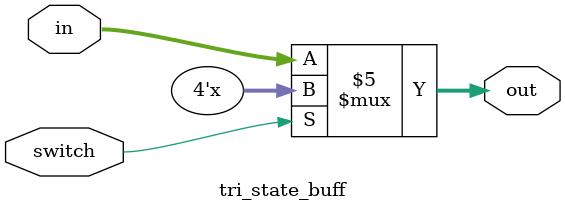
<source format=v>
`timescale 1ns / 1ps

module tri_state_buff(out, in, switch);
parameter N = 4;
output [N-1:0] out;
input [N-1:0] in;
input switch;
reg [N-1:0] out = 0;

always @(switch)
if (switch == 1'b1) out <= 'bZ;
else out <= in;
endmodule

</source>
